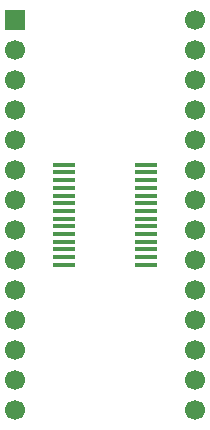
<source format=gts>
G04 #@! TF.GenerationSoftware,KiCad,Pcbnew,9.0.6*
G04 #@! TF.CreationDate,2026-01-07T20:22:05-06:00*
G04 #@! TF.ProjectId,SSOP-28_5.3x10.2_P0.65,53534f50-2d32-4385-9f35-2e337831302e,rev?*
G04 #@! TF.SameCoordinates,Original*
G04 #@! TF.FileFunction,Soldermask,Top*
G04 #@! TF.FilePolarity,Negative*
%FSLAX46Y46*%
G04 Gerber Fmt 4.6, Leading zero omitted, Abs format (unit mm)*
G04 Created by KiCad (PCBNEW 9.0.6) date 2026-01-07 20:22:05*
%MOMM*%
%LPD*%
G01*
G04 APERTURE LIST*
G04 Aperture macros list*
%AMRoundRect*
0 Rectangle with rounded corners*
0 $1 Rounding radius*
0 $2 $3 $4 $5 $6 $7 $8 $9 X,Y pos of 4 corners*
0 Add a 4 corners polygon primitive as box body*
4,1,4,$2,$3,$4,$5,$6,$7,$8,$9,$2,$3,0*
0 Add four circle primitives for the rounded corners*
1,1,$1+$1,$2,$3*
1,1,$1+$1,$4,$5*
1,1,$1+$1,$6,$7*
1,1,$1+$1,$8,$9*
0 Add four rect primitives between the rounded corners*
20,1,$1+$1,$2,$3,$4,$5,0*
20,1,$1+$1,$4,$5,$6,$7,0*
20,1,$1+$1,$6,$7,$8,$9,0*
20,1,$1+$1,$8,$9,$2,$3,0*%
G04 Aperture macros list end*
%ADD10R,1.700000X1.700000*%
%ADD11C,1.700000*%
%ADD12RoundRect,0.100000X-0.850000X-0.100000X0.850000X-0.100000X0.850000X0.100000X-0.850000X0.100000X0*%
G04 APERTURE END LIST*
D10*
X123952000Y-86614000D03*
D11*
X123952000Y-89154000D03*
X123952000Y-91694000D03*
X123952000Y-94234000D03*
X123952000Y-96774000D03*
X123952000Y-99314000D03*
X123952000Y-101854000D03*
X123952000Y-104394000D03*
X123952000Y-106934000D03*
X123952000Y-109474000D03*
X123952000Y-112014000D03*
X123952000Y-114554000D03*
X123952000Y-117094000D03*
X123952000Y-119634000D03*
D12*
X128072000Y-98899000D03*
X128072000Y-99549000D03*
X128072000Y-100199000D03*
X128072000Y-100849000D03*
X128072000Y-101499000D03*
X128072000Y-102149000D03*
X128072000Y-102799000D03*
X128072000Y-103449000D03*
X128072000Y-104099000D03*
X128072000Y-104749000D03*
X128072000Y-105399000D03*
X128072000Y-106049000D03*
X128072000Y-106699000D03*
X128072000Y-107349000D03*
X135072000Y-107349000D03*
X135072000Y-106699000D03*
X135072000Y-106049000D03*
X135072000Y-105399000D03*
X135072000Y-104749000D03*
X135072000Y-104099000D03*
X135072000Y-103449000D03*
X135072000Y-102799000D03*
X135072000Y-102149000D03*
X135072000Y-101499000D03*
X135072000Y-100849000D03*
X135072000Y-100199000D03*
X135072000Y-99549000D03*
X135072000Y-98899000D03*
D11*
X139192000Y-86614000D03*
X139192000Y-89154000D03*
X139192000Y-91694000D03*
X139192000Y-94234000D03*
X139192000Y-96774000D03*
X139192000Y-99314000D03*
X139192000Y-101854000D03*
X139192000Y-104394000D03*
X139192000Y-106934000D03*
X139192000Y-109474000D03*
X139192000Y-112014000D03*
X139192000Y-114554000D03*
X139192000Y-117094000D03*
X139192000Y-119634000D03*
M02*

</source>
